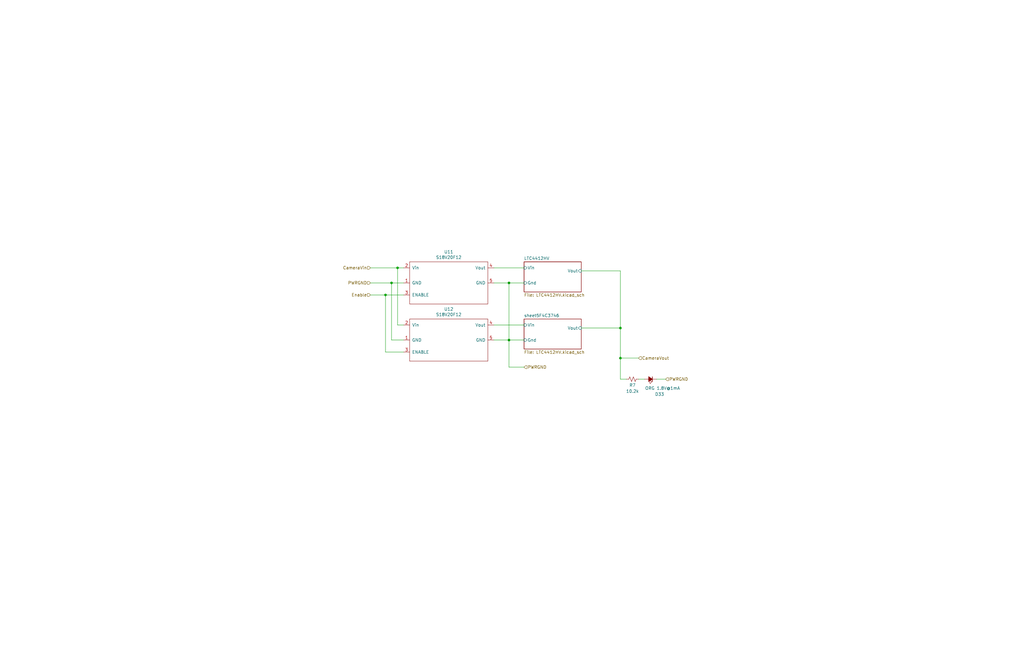
<source format=kicad_sch>
(kicad_sch (version 20211123) (generator eeschema)
  (paper "B")
  (title_block (title "Dual-Mag-Camera-Control") (date "2020-08-24") (rev "A") (company "Guatek"))
  (lib_symbols
    (symbol "Device:LED_Small_ALT" (pin_numbers hide) (pin_names (offset 0.254) hide)
      (property "Reference" "D" (at -1.27 3.175 0))
      (property "Value" "Device_LED_Small_ALT" (at -4.445 -2.54 0))
      (symbol "LED_Small_ALT_0_1"
        (polyline (pts (xy -0.762 -1.016) (xy -0.762 1.016)) (stroke (width 0.254)))
        (polyline (pts (xy 1.016 0) (xy -0.762 0)))
        (polyline (pts (xy 0.762 -1.016) (xy -0.762 0) (xy 0.762 1.016) (xy 0.762 -1.016)) (stroke (width 0.254)) (fill (type outline)))
        (polyline (pts (xy 0 0.762) (xy -0.508 1.27) (xy -0.254 1.27) (xy -0.508 1.27) (xy -0.508 1.016)))
        (polyline (pts (xy 0.508 1.27) (xy 0 1.778) (xy 0.254 1.778) (xy 0 1.778) (xy 0 1.524)))
      )
      (symbol "LED_Small_ALT_1_1"
        (pin passive line (at -2.54 0 0) (length 1.778) (name "K") (number "1"))
        (pin passive line (at 2.54 0 180) (length 1.778) (name "A") (number "2"))
      )
    )
    (symbol "Device:R_Small_US" (pin_numbers hide) (pin_names (offset 0.254) hide)
      (property "Reference" "R" (at 0.762 0.508 0))
      (property "Value" "R_Small_US" (at 0.762 -1.016 0))
      (symbol "R_Small_US_1_1"
        (polyline (pts (xy 0 0) (xy 1.016 -0.381) (xy 0 -0.762) (xy -1.016 -1.143) (xy 0 -1.524)))
        (polyline (pts (xy 0 1.524) (xy 1.016 1.143) (xy 0 0.762) (xy -1.016 0.381) (xy 0 0)))
        (pin passive line (at 0 2.54 270) (length 1.016) (name "~") (number "1"))
        (pin passive line (at 0 -2.54 90) (length 1.016) (name "~") (number "2"))
      )
    )
    (symbol "Dual-Mag-Camera-Control-rescue:S18V20F12-ProjectDevices" (pin_names (offset 1.016))
      (property "Reference" "U" (at 15.24 10.16 0))
      (property "Value" "S18V20F12-ProjectDevices" (at -11.43 10.16 0))
      (symbol "S18V20F12-ProjectDevices_0_1"
        (rectangle (start -16.51 8.89) (end 16.51 -8.89))
      )
      (symbol "S18V20F12-ProjectDevices_1_1"
        (pin bidirectional line (at -19.05 0 0) (length 2.54) (name "GND") (number "1"))
        (pin bidirectional line (at -19.05 6.35 0) (length 2.54) (name "Vin") (number "2"))
        (pin bidirectional line (at -19.05 -5.08 0) (length 2.54) (name "ENABLE") (number "3"))
        (pin bidirectional line (at 19.05 6.35 180) (length 2.54) (name "Vout") (number "4"))
        (pin bidirectional line (at 19.05 0 180) (length 2.54) (name "GND") (number "5"))
      )
    )
  )
  (junction (at 214.63 143.51))
  (junction (at 167.64 113.03))
  (junction (at 261.62 138.43))
  (junction (at 214.63 119.38))
  (junction (at 261.62 151.13))
  (junction (at 165.1 119.38))
  (junction (at 162.56 124.46))
  (wire (pts (xy 261.62 114.3) (xy 261.62 138.43)))
  (wire (pts (xy 165.1 143.51) (xy 170.18 143.51)))
  (wire (pts (xy 167.64 137.16) (xy 170.18 137.16)))
  (wire (pts (xy 261.62 151.13) (xy 269.24 151.13)))
  (wire (pts (xy 214.63 119.38) (xy 208.28 119.38)))
  (wire (pts (xy 167.64 113.03) (xy 167.64 137.16)))
  (wire (pts (xy 261.62 160.02) (xy 264.16 160.02)))
  (wire (pts (xy 214.63 143.51) (xy 208.28 143.51)))
  (wire (pts (xy 208.28 113.03) (xy 220.98 113.03)))
  (wire (pts (xy 162.56 124.46) (xy 162.56 148.59)))
  (wire (pts (xy 156.21 113.03) (xy 167.64 113.03)))
  (wire (pts (xy 220.98 143.51) (xy 214.63 143.51)))
  (wire (pts (xy 214.63 154.94) (xy 220.98 154.94)))
  (wire (pts (xy 165.1 119.38) (xy 165.1 143.51)))
  (wire (pts (xy 165.1 119.38) (xy 170.18 119.38)))
  (wire (pts (xy 208.28 137.16) (xy 220.98 137.16)))
  (wire (pts (xy 170.18 124.46) (xy 162.56 124.46)))
  (wire (pts (xy 220.98 119.38) (xy 214.63 119.38)))
  (wire (pts (xy 162.56 148.59) (xy 170.18 148.59)))
  (wire (pts (xy 167.64 113.03) (xy 170.18 113.03)))
  (wire (pts (xy 214.63 119.38) (xy 214.63 143.51)))
  (wire (pts (xy 245.11 114.3) (xy 261.62 114.3)))
  (wire (pts (xy 261.62 151.13) (xy 261.62 160.02)))
  (wire (pts (xy 269.24 160.02) (xy 271.78 160.02)))
  (wire (pts (xy 245.11 138.43) (xy 261.62 138.43)))
  (wire (pts (xy 156.21 119.38) (xy 165.1 119.38)))
  (wire (pts (xy 214.63 143.51) (xy 214.63 154.94)))
  (wire (pts (xy 276.86 160.02) (xy 280.67 160.02)))
  (wire (pts (xy 261.62 138.43) (xy 261.62 151.13)))
  (wire (pts (xy 162.56 124.46) (xy 156.21 124.46)))
  (hierarchical_label "CameraVout" (shape input) (at 269.24 151.13 0))
  (hierarchical_label "CameraVin" (shape input) (at 156.21 113.03 180))
  (hierarchical_label "Enable" (shape input) (at 156.21 124.46 180))
  (hierarchical_label "PWRGND" (shape input) (at 220.98 154.94 0))
  (hierarchical_label "PWRGND" (shape input) (at 156.21 119.38 180))
  (hierarchical_label "PWRGND" (shape input) (at 280.67 160.02 0))
  (symbol (lib_id "Dual-Mag-Camera-Control-rescue:S18V20F12-ProjectDevices") (at 189.23 119.38 0) (unit 1)
    (property "Reference" "U11" (at 189.23 106.299 0))
    (property "Value" "S18V20F12" (at 189.23 108.6104 0))
    (property "Footprint" "ProjectFootprints:S18V20x" (effects hide))
    (property "Datasheet" "https://www.pololu.com/product-info-merged/2577" (effects hide))
    (property "Part Number" "2183-2577-ND" (effects hide))
    (property "Supplier" "Digikey" (effects hide))
    (property "Link" "https://www.digikey.com/products/en/power-supplies-board-mount/dc-dc-converters/922?k=pololu&k=&pkeyword=pololu&sv=0&s=80501&sf=0&FV=-8%7C922%2C1525%7C87718&quantity=&ColumnSort=0&page=1&stock=1&pageSize=25" (effects hide))
  )
  (symbol (lib_id "Dual-Mag-Camera-Control-rescue:S18V20F12-ProjectDevices") (at 189.23 143.51 0) (unit 1)
    (property "Reference" "U12" (at 189.23 130.429 0))
    (property "Value" "S18V20F12" (at 189.23 132.7404 0))
    (property "Footprint" "ProjectFootprints:S18V20x" (effects hide))
    (property "Datasheet" "https://www.pololu.com/product-info-merged/2577" (effects hide))
    (property "Part Number" "2183-2577-ND" (effects hide))
    (property "Supplier" "Digikey" (effects hide))
    (property "Link" "https://www.digikey.com/products/en/power-supplies-board-mount/dc-dc-converters/922?k=pololu&k=&pkeyword=pololu&sv=0&s=80501&sf=0&FV=-8%7C922%2C1525%7C87718&quantity=&ColumnSort=0&page=1&stock=1&pageSize=25" (effects hide))
  )
  (symbol (lib_id "Device:R_Small_US") (at 266.7 160.02 270) (unit 1)
    (property "Reference" "R7" (at 266.7 162.56 90))
    (property "Value" "10.2k" (at 266.7 165.1 90))
    (property "Footprint" "Resistor_SMD:R_0603_1608Metric_Pad1.05x0.95mm_HandSolder" (effects hide))
    (property "Datasheet" "https://industrial.panasonic.com/cdbs/www-data/pdf/RDA0000/AOA0000C304.pdf" (effects hide))
    (property "Part Number" "P10.2KHTR-ND" (effects hide))
    (property "Supplier" "Digikey" (effects hide))
    (property "Link" "https://www.digikey.com/en/products/detail/panasonic-electronic-components/ERJ-3EKF1022V/196068" (effects hide))
  )
  (symbol (lib_id "Device:LED_Small_ALT") (at 274.32 160.02 180) (unit 1)
    (property "Reference" "D33" (at 278.13 166.37 0))
    (property "Value" "ORG 1.8V@1mA" (at 279.4 163.83 0))
    (property "Footprint" "LED_SMD:LED_0603_1608Metric" (effects hide))
    (property "Datasheet" "https://dammedia.osram.info/media/resource/hires/osram-dam-2493882/LO%20L29K.pdf" (effects hide))
    (property "Part Number" "475-2740-2-ND" (effects hide))
    (property "Supplier" "Digikey" (effects hide))
    (property "Link" "https://www.digikey.com/en/products/detail/osram-opto-semiconductors-inc/LO-L29K-H2K1-24-Z/1938771" (effects hide))
  )
  (sheet (at 220.98 110.49) (size 24.13 12.7)
    (property "Sheet name" "LTC4412HV" (at 220.98 109.7784 0) (effects (justify left bottom)))
    (property "Sheet file" "LTC4412HV.kicad_sch" (at 220.98 123.7746 0) (effects (justify left top)))
    (pin "Vin" input (at 220.98 113.03 180))
    (pin "Vout" input (at 245.11 114.3 0))
    (pin "Gnd" input (at 220.98 119.38 180))
  )
  (sheet (at 220.98 134.62) (size 24.13 12.7)
    (property "Sheet name" "sheet5F4C3746" (at 220.98 133.9084 0) (effects (justify left bottom)))
    (property "Sheet file" "LTC4412HV.kicad_sch" (at 220.98 147.9046 0) (effects (justify left top)))
    (pin "Vin" input (at 220.98 137.16 180))
    (pin "Vout" input (at 245.11 138.43 0))
    (pin "Gnd" input (at 220.98 143.51 180))
  )
)
</source>
